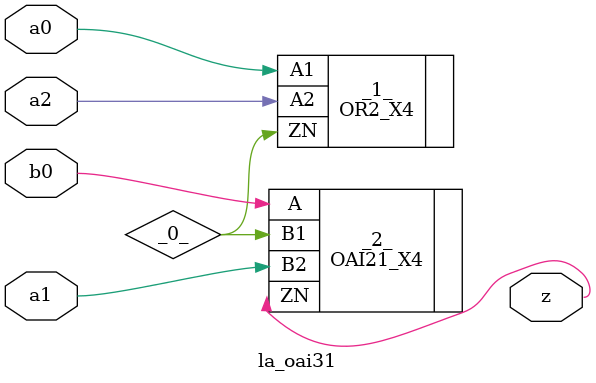
<source format=v>

/* Generated by Yosys 0.44 (git sha1 80ba43d26, g++ 11.4.0-1ubuntu1~22.04 -fPIC -O3) */

(* top =  1  *)
(* src = "generated" *)
(* keep_hierarchy *)
module la_oai31 (
    a0,
    a1,
    a2,
    b0,
    z
);
  wire _0_;
  (* src = "generated" *)
  input a0;
  wire a0;
  (* src = "generated" *)
  input a1;
  wire a1;
  (* src = "generated" *)
  input a2;
  wire a2;
  (* src = "generated" *)
  input b0;
  wire b0;
  (* src = "generated" *)
  output z;
  wire z;
  OR2_X4 _1_ (
      .A1(a0),
      .A2(a2),
      .ZN(_0_)
  );
  OAI21_X4 _2_ (
      .A (b0),
      .B1(_0_),
      .B2(a1),
      .ZN(z)
  );
endmodule

</source>
